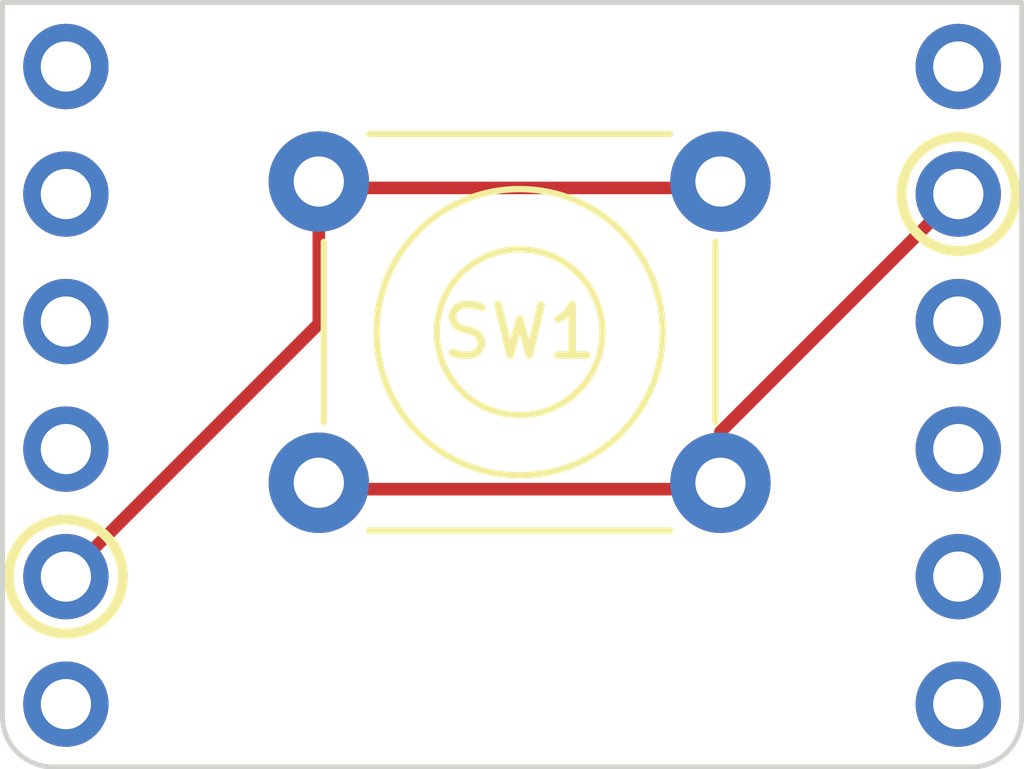
<source format=kicad_pcb>
(kicad_pcb (version 20171130) (host pcbnew "(5.0.0-rc2-dev-101-gf7ef010)")

  (general
    (thickness 1.6)
    (drawings 2)
    (tracks 6)
    (zones 0)
    (modules 2)
    (nets 13)
  )

  (page A4)
  (layers
    (0 F.Cu signal)
    (31 B.Cu signal)
    (32 B.Adhes user)
    (33 F.Adhes user)
    (34 B.Paste user)
    (35 F.Paste user)
    (36 B.SilkS user)
    (37 F.SilkS user)
    (38 B.Mask user)
    (39 F.Mask user)
    (40 Dwgs.User user)
    (41 Cmts.User user)
    (42 Eco1.User user)
    (43 Eco2.User user)
    (44 Edge.Cuts user)
    (45 Margin user)
    (46 B.CrtYd user)
    (47 F.CrtYd user)
    (48 B.Fab user)
    (49 F.Fab user)
  )

  (setup
    (last_trace_width 0.25)
    (trace_clearance 0.2)
    (zone_clearance 0.508)
    (zone_45_only no)
    (trace_min 0.2)
    (segment_width 0.2)
    (edge_width 0.15)
    (via_size 0.8)
    (via_drill 0.4)
    (via_min_size 0.4)
    (via_min_drill 0.3)
    (uvia_size 0.3)
    (uvia_drill 0.1)
    (uvias_allowed no)
    (uvia_min_size 0.2)
    (uvia_min_drill 0.1)
    (pcb_text_width 0.3)
    (pcb_text_size 1.5 1.5)
    (mod_edge_width 0.15)
    (mod_text_size 1 1)
    (mod_text_width 0.15)
    (pad_size 1.524 1.524)
    (pad_drill 0.762)
    (pad_to_mask_clearance 0.2)
    (aux_axis_origin 0 0)
    (grid_origin 127.242501 95.505001)
    (visible_elements 7FFFFFFF)
    (pcbplotparams
      (layerselection 0x010fc_ffffffff)
      (usegerberextensions false)
      (usegerberattributes false)
      (usegerberadvancedattributes false)
      (creategerberjobfile false)
      (excludeedgelayer true)
      (linewidth 0.100000)
      (plotframeref false)
      (viasonmask false)
      (mode 1)
      (useauxorigin false)
      (hpglpennumber 1)
      (hpglpenspeed 20)
      (hpglpendiameter 15)
      (psnegative false)
      (psa4output false)
      (plotreference true)
      (plotvalue true)
      (plotinvisibletext false)
      (padsonsilk false)
      (subtractmaskfromsilk false)
      (outputformat 1)
      (mirror false)
      (drillshape 1)
      (scaleselection 1)
      (outputdirectory ""))
  )

  (net 0 "")
  (net 1 "Net-(J1-Pad10)")
  (net 2 "Net-(J1-Pad8)")
  (net 3 "Net-(J1-Pad12)")
  (net 4 "Net-(J1-Pad11)")
  (net 5 "Net-(J1-Pad9)")
  (net 6 "Net-(J1-Pad7)")
  (net 7 "Net-(J1-Pad1)")
  (net 8 "Net-(J1-Pad6)")
  (net 9 "Net-(J1-Pad5)")
  (net 10 "Net-(J1-Pad2)")
  (net 11 "Net-(J1-Pad3)")
  (net 12 "Net-(J1-Pad4)")

  (net_class Default "Ceci est la Netclass par défaut."
    (clearance 0.2)
    (trace_width 0.25)
    (via_dia 0.8)
    (via_drill 0.4)
    (uvia_dia 0.3)
    (uvia_drill 0.1)
    (add_net "Net-(J1-Pad1)")
    (add_net "Net-(J1-Pad10)")
    (add_net "Net-(J1-Pad11)")
    (add_net "Net-(J1-Pad12)")
    (add_net "Net-(J1-Pad2)")
    (add_net "Net-(J1-Pad3)")
    (add_net "Net-(J1-Pad4)")
    (add_net "Net-(J1-Pad5)")
    (add_net "Net-(J1-Pad6)")
    (add_net "Net-(J1-Pad7)")
    (add_net "Net-(J1-Pad8)")
    (add_net "Net-(J1-Pad9)")
  )

  (module Common_Footprint:l0_Shield_Socket (layer F.Cu) (tedit 5ABE353C) (tstamp 5AB40542)
    (at 136.130001 89.155001)
    (path /5A859A26)
    (fp_text reference J1 (at 0 0.5) (layer F.SilkS) hide
      (effects (font (size 1 1) (thickness 0.15)))
    )
    (fp_text value l0_Socket (at 0 -0.5) (layer F.Fab)
      (effects (font (size 1 1) (thickness 0.15)))
    )
    (fp_circle (center -8.89 1.25) (end -8.49 1.25) (layer Edge.Cuts) (width 0.1))
    (fp_circle (center -8.89 -6.37) (end -8.49 -6.37) (layer Edge.Cuts) (width 0.1))
    (fp_circle (center 8.89 3.79) (end 9.29 3.79) (layer Edge.Cuts) (width 0.1))
    (fp_circle (center -8.89 -1.29) (end -8.49 -1.29) (layer Edge.Cuts) (width 0.1))
    (fp_line (start -10.15 -7.625) (end -10.15 6.6) (layer Edge.Cuts) (width 0.1))
    (fp_line (start -10.15 -7.625) (end 10.15 -7.625) (layer Edge.Cuts) (width 0.1))
    (fp_circle (center -8.89 6.33) (end -8.49 6.33) (layer Edge.Cuts) (width 0.1))
    (fp_circle (center 8.89 -1.29) (end 9.29 -1.29) (layer Edge.Cuts) (width 0.1))
    (fp_circle (center 8.89 3.79) (end 9.29 3.79) (layer Edge.Cuts) (width 0.1))
    (fp_circle (center -8.89 -6.37) (end -8.49 -6.37) (layer Edge.Cuts) (width 0.1))
    (fp_circle (center 8.89 -6.37) (end 9.29 -6.37) (layer Edge.Cuts) (width 0.1))
    (fp_line (start -9.15 7.6) (end 9.15 7.6) (layer Edge.Cuts) (width 0.1))
    (fp_circle (center -8.89 6.33) (end -8.49 6.33) (layer Edge.Cuts) (width 0.1))
    (fp_circle (center -8.89 1.25) (end -8.49 1.25) (layer Edge.Cuts) (width 0.1))
    (fp_line (start 10.15 -7.625) (end 10.15 6.6) (layer Edge.Cuts) (width 0.1))
    (fp_arc (start -9.15 6.6) (end -10.15 6.6) (angle -90) (layer Edge.Cuts) (width 0.1))
    (fp_circle (center 8.89 6.33) (end 9.29 6.33) (layer Edge.Cuts) (width 0.1))
    (fp_circle (center 8.89 -3.83) (end 9.29 -3.83) (layer Edge.Cuts) (width 0.1))
    (fp_circle (center -8.89 3.79) (end -8.49 3.79) (layer Edge.Cuts) (width 0.1))
    (fp_circle (center 8.89 1.25) (end 9.29 1.25) (layer Edge.Cuts) (width 0.1))
    (fp_arc (start 9.15 6.6) (end 9.15 7.6) (angle -90) (layer Edge.Cuts) (width 0.1))
    (fp_circle (center -8.89 -3.83) (end -8.49 -3.83) (layer Edge.Cuts) (width 0.1))
    (fp_circle (center 8.89 -1.29) (end 9.29 -1.29) (layer Edge.Cuts) (width 0.1))
    (fp_circle (center 8.89 -6.37) (end 9.29 -6.37) (layer Edge.Cuts) (width 0.1))
    (fp_circle (center 8.89 1.25) (end 9.29 1.25) (layer Edge.Cuts) (width 0.1))
    (fp_circle (center 8.89 -3.83) (end 9.29 -3.83) (layer Edge.Cuts) (width 0.1))
    (fp_circle (center -8.89 -3.83) (end -8.49 -3.83) (layer Edge.Cuts) (width 0.1))
    (fp_circle (center -8.89 -1.29) (end -8.49 -1.29) (layer Edge.Cuts) (width 0.1))
    (fp_circle (center 8.89 6.33) (end 9.29 6.33) (layer Edge.Cuts) (width 0.1))
    (fp_circle (center -8.89 3.79) (end -8.49 3.79) (layer Edge.Cuts) (width 0.1))
    (pad 5 thru_hole circle (at 8.8875 -3.81 270) (size 1.7 1.7) (drill 1) (layers *.Cu *.Mask)
      (net 9 "Net-(J1-Pad5)"))
    (pad 6 thru_hole circle (at 8.8875 -6.35 270) (size 1.7 1.7) (drill 1) (layers *.Cu *.Mask)
      (net 8 "Net-(J1-Pad6)"))
    (pad 2 thru_hole circle (at 8.8875 3.81 270) (size 1.7 1.7) (drill 1) (layers *.Cu *.Mask)
      (net 10 "Net-(J1-Pad2)"))
    (pad 4 thru_hole circle (at 8.8875 -1.27 270) (size 1.7 1.7) (drill 1) (layers *.Cu *.Mask)
      (net 12 "Net-(J1-Pad4)"))
    (pad 1 thru_hole circle (at 8.8875 6.35 270) (size 1.7 1.7) (drill 1) (layers *.Cu *.Mask)
      (net 7 "Net-(J1-Pad1)"))
    (pad 7 thru_hole circle (at -8.8875 -6.35 270) (size 1.7 1.7) (drill 1) (layers *.Cu *.Mask)
      (net 6 "Net-(J1-Pad7)"))
    (pad 11 thru_hole circle (at -8.8875 3.81 270) (size 1.7 1.7) (drill 1) (layers *.Cu *.Mask)
      (net 4 "Net-(J1-Pad11)"))
    (pad 9 thru_hole circle (at -8.8875 -1.27 270) (size 1.7 1.7) (drill 1) (layers *.Cu *.Mask)
      (net 5 "Net-(J1-Pad9)"))
    (pad 3 thru_hole circle (at 8.8875 1.27 270) (size 1.7 1.7) (drill 1) (layers *.Cu *.Mask)
      (net 11 "Net-(J1-Pad3)"))
    (pad 10 thru_hole circle (at -8.8875 1.27 270) (size 1.7 1.7) (drill 1) (layers *.Cu *.Mask)
      (net 1 "Net-(J1-Pad10)"))
    (pad 12 thru_hole circle (at -8.8875 6.35 270) (size 1.7 1.7) (drill 1) (layers *.Cu *.Mask)
      (net 3 "Net-(J1-Pad12)"))
    (pad 8 thru_hole circle (at -8.8875 -3.81 270) (size 1.7 1.7) (drill 1) (layers *.Cu *.Mask)
      (net 2 "Net-(J1-Pad8)"))
  )

  (module l0_Kicad_Footprint:ESE-20D321 (layer F.Cu) (tedit 5A86D977) (tstamp 5A89EF43)
    (at 136.28 88.096)
    (path /5A859ABB)
    (fp_text reference SW1 (at 0 0) (layer F.SilkS)
      (effects (font (size 1 1) (thickness 0.15)))
    )
    (fp_text value ESE-20D321 (at 0 -5.2) (layer F.Fab)
      (effects (font (size 1 1) (thickness 0.15)))
    )
    (fp_line (start -3 -3.95) (end 3 -3.95) (layer F.SilkS) (width 0.125))
    (fp_line (start 3.9 -1.8) (end 3.9 1.8) (layer F.SilkS) (width 0.125))
    (fp_line (start -3.9 1.8) (end -3.9 -1.8) (layer F.SilkS) (width 0.125))
    (fp_line (start 3 3.95) (end -3 3.95) (layer F.SilkS) (width 0.125))
    (fp_circle (center 0 0) (end 2.85 0) (layer F.SilkS) (width 0.125))
    (fp_circle (center 0 0) (end 1.65 0) (layer F.SilkS) (width 0.125))
    (pad 1 thru_hole circle (at -4 -3) (size 2 2) (drill 1) (layers *.Cu *.Mask)
      (net 4 "Net-(J1-Pad11)"))
    (pad 2 thru_hole circle (at -4 3) (size 2 2) (drill 1) (layers *.Cu *.Mask)
      (net 9 "Net-(J1-Pad5)"))
    (pad 2 thru_hole circle (at 4 3) (size 2 2) (drill 1) (layers *.Cu *.Mask)
      (net 9 "Net-(J1-Pad5)"))
    (pad 1 thru_hole circle (at 4 -3) (size 2 2) (drill 1) (layers *.Cu *.Mask)
      (net 4 "Net-(J1-Pad11)"))
    (model ${KISYS3DMOD}/ESE20D321.step
      (at (xyz 0 0 0))
      (scale (xyz 1 1 1))
      (rotate (xyz 0 0 0))
    )
  )

  (gr_circle (center 145.022501 85.345001) (end 146.038501 85.853001) (layer F.SilkS) (width 0.2))
  (gr_circle (center 127.242501 92.965001) (end 128.258501 93.473001) (layer F.SilkS) (width 0.2))

  (segment (start 127.242501 92.965001) (end 132.28 87.927502) (width 0.25) (layer F.Cu) (net 4))
  (segment (start 132.28 87.927502) (end 132.28 85.223) (width 0.25) (layer F.Cu) (net 4))
  (segment (start 140.28 85.223) (end 132.28 85.223) (width 0.25) (layer F.Cu) (net 4))
  (segment (start 132.28 91.223) (end 140.28 91.223) (width 0.25) (layer F.Cu) (net 9))
  (segment (start 145.017501 85.345001) (end 140.28 90.082502) (width 0.25) (layer F.Cu) (net 9))
  (segment (start 140.28 90.082502) (end 140.28 91.223) (width 0.25) (layer F.Cu) (net 9))

)

</source>
